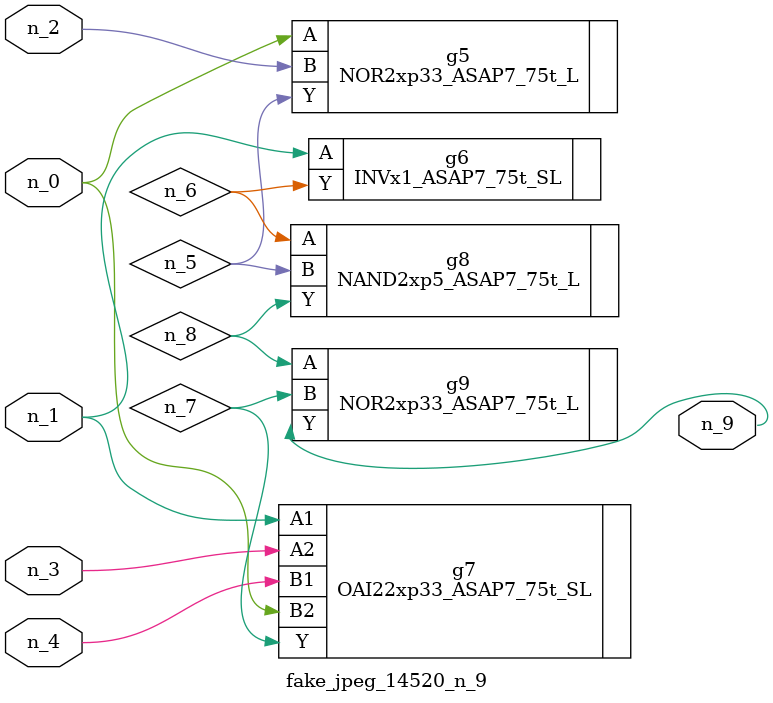
<source format=v>
module fake_jpeg_14520_n_9 (n_3, n_2, n_1, n_0, n_4, n_9);

input n_3;
input n_2;
input n_1;
input n_0;
input n_4;

output n_9;

wire n_8;
wire n_6;
wire n_5;
wire n_7;

NOR2xp33_ASAP7_75t_L g5 ( 
.A(n_0),
.B(n_2),
.Y(n_5)
);

INVx1_ASAP7_75t_SL g6 ( 
.A(n_1),
.Y(n_6)
);

OAI22xp33_ASAP7_75t_SL g7 ( 
.A1(n_1),
.A2(n_3),
.B1(n_4),
.B2(n_0),
.Y(n_7)
);

NAND2xp5_ASAP7_75t_L g8 ( 
.A(n_6),
.B(n_5),
.Y(n_8)
);

NOR2xp33_ASAP7_75t_L g9 ( 
.A(n_8),
.B(n_7),
.Y(n_9)
);


endmodule
</source>
